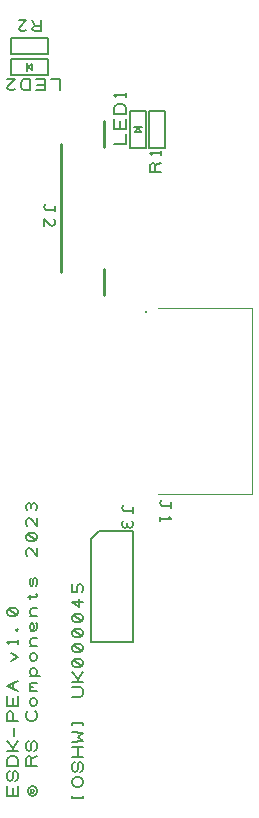
<source format=gbr>
G04 DesignSpark PCB PRO Gerber Version 10.0 Build 5299*
G04 #@! TF.Part,Single*
G04 #@! TF.FileFunction,Legend,Top*
G04 #@! TF.FilePolarity,Positive*
%FSLAX35Y35*%
%MOIN*%
%ADD120C,0.00394*%
%ADD119C,0.00500*%
%ADD121C,0.00787*%
%ADD122C,0.01000*%
G04 #@! TD.AperFunction*
X0Y0D02*
D02*
D119*
X9454Y246419D02*
Y251719D01*
X21754D01*
Y246419D01*
X9454D01*
X11911Y6156D02*
X8161D01*
Y9281D01*
X10036Y8656D02*
Y6156D01*
X11911D02*
Y9281D01*
X10973Y11156D02*
X11598Y11468D01*
X11911Y12093D01*
Y13343D01*
X11598Y13968D01*
X10973Y14281D01*
X10348Y13968D01*
X10036Y13343D01*
Y12093D01*
X9723Y11468D01*
X9098Y11156D01*
X8473Y11468D01*
X8161Y12093D01*
Y13343D01*
X8473Y13968D01*
X9098Y14281D01*
X11911Y16156D02*
X8161D01*
Y18031D01*
X8473Y18656D01*
X8786Y18968D01*
X9411Y19281D01*
X10661D01*
X11286Y18968D01*
X11598Y18656D01*
X11911Y18031D01*
Y16156D01*
Y21156D02*
X8161D01*
X10036D02*
Y22093D01*
X8161Y24281D01*
X10036Y22093D02*
X11911Y24281D01*
X10661Y26156D02*
Y28656D01*
X11911Y31156D02*
X8161D01*
Y33343D01*
X8473Y33968D01*
X9098Y34281D01*
X9723Y33968D01*
X10036Y33343D01*
Y31156D01*
X11911Y36156D02*
X8161D01*
Y39281D01*
X10036Y38656D02*
Y36156D01*
X11911D02*
Y39281D01*
Y41156D02*
X8161Y42718D01*
X11911Y44281D01*
X10348Y41781D02*
Y43656D01*
X9411Y51156D02*
X11911Y52406D01*
X9411Y53656D01*
X11911Y56781D02*
Y58031D01*
Y57406D02*
X8161D01*
X8786Y56781D01*
X11911Y61468D02*
X11598Y61781D01*
X11286Y61468D01*
X11598Y61156D01*
X11911Y61468D01*
X11598Y66468D02*
X11911Y67093D01*
Y67718D01*
X11598Y68343D01*
X10973Y68656D01*
X9098D01*
X8473Y68343D01*
X8161Y67718D01*
Y67093D01*
X8473Y66468D01*
X9098Y66156D01*
X10973D01*
X11598Y66468D01*
X8473Y68343D01*
X14854Y247819D02*
Y250319D01*
X16354Y248069D02*
X15104Y249069D01*
X16354Y250069D01*
Y248069D01*
X16960Y6156D02*
X16648D01*
X15710Y6468D01*
X15398Y6781D01*
X15085Y7406D01*
Y8031D01*
X15398Y8656D01*
X15710Y8968D01*
X16648Y9281D01*
X16960D01*
X17585Y8968D01*
X17898Y8656D01*
X18210Y8031D01*
Y7406D01*
X17898Y6781D01*
X17585Y6468D01*
X16960Y6156D01*
Y8343D02*
X17272Y7718D01*
X16960Y7093D01*
X16335D01*
X16022Y7718D01*
X16335Y8343D01*
X18210Y16156D02*
X14460D01*
Y18343D01*
X14772Y18968D01*
X15398Y19281D01*
X16022Y18968D01*
X16335Y18343D01*
Y16156D01*
Y18343D02*
X18210Y19281D01*
X17272Y21156D02*
X17898Y21468D01*
X18210Y22093D01*
Y23343D01*
X17898Y23968D01*
X17272Y24281D01*
X16648Y23968D01*
X16335Y23343D01*
Y22093D01*
X16022Y21468D01*
X15398Y21156D01*
X14772Y21468D01*
X14460Y22093D01*
Y23343D01*
X14772Y23968D01*
X15398Y24281D01*
X17585Y34281D02*
X17898Y33968D01*
X18210Y33343D01*
Y32406D01*
X17898Y31781D01*
X17585Y31468D01*
X16960Y31156D01*
X15710D01*
X15085Y31468D01*
X14772Y31781D01*
X14460Y32406D01*
Y33343D01*
X14772Y33968D01*
X15085Y34281D01*
X17272Y36156D02*
X17898Y36468D01*
X18210Y37093D01*
Y37718D01*
X17898Y38343D01*
X17272Y38656D01*
X16648D01*
X16022Y38343D01*
X15710Y37718D01*
Y37093D01*
X16022Y36468D01*
X16648Y36156D01*
X17272D01*
X18210Y41156D02*
X15710D01*
X16022D02*
X15710Y41468D01*
Y42093D01*
X16022Y42406D01*
X16960D01*
X16022D02*
X15710Y42718D01*
Y43343D01*
X16022Y43656D01*
X18210D01*
X15710Y46156D02*
X19148D01*
X17272D02*
X17898Y46468D01*
X18210Y47093D01*
Y47718D01*
X17898Y48343D01*
X17272Y48656D01*
X16648D01*
X16022Y48343D01*
X15710Y47718D01*
Y47093D01*
X16022Y46468D01*
X16648Y46156D01*
X17272D01*
Y51156D02*
X17898Y51468D01*
X18210Y52093D01*
Y52718D01*
X17898Y53343D01*
X17272Y53656D01*
X16648D01*
X16022Y53343D01*
X15710Y52718D01*
Y52093D01*
X16022Y51468D01*
X16648Y51156D01*
X17272D01*
X18210Y56156D02*
X15710D01*
X16648D02*
X16022Y56468D01*
X15710Y57093D01*
Y57718D01*
X16022Y58343D01*
X16648Y58656D01*
X18210D01*
X17898Y63656D02*
X18210Y63343D01*
Y62718D01*
Y62093D01*
X17898Y61468D01*
X17272Y61156D01*
X16335D01*
X16022Y61468D01*
X15710Y62093D01*
Y62718D01*
X16022Y63343D01*
X16335Y63656D01*
X16648D01*
X16960Y63343D01*
X17272Y62718D01*
Y62093D01*
X16960Y61468D01*
X16648Y61156D01*
X18210Y66156D02*
X15710D01*
X16648D02*
X16022Y66468D01*
X15710Y67093D01*
Y67718D01*
X16022Y68343D01*
X16648Y68656D01*
X18210D01*
X15710Y71676D02*
Y73135D01*
X15085Y72406D02*
X17898D01*
X18210Y72718D01*
Y73031D01*
X17898Y73343D01*
Y76156D02*
X18210Y76781D01*
Y78031D01*
X17898Y78656D01*
X17272D01*
X16960Y78031D01*
Y76781D01*
X16648Y76156D01*
X16022D01*
X15710Y76781D01*
Y78031D01*
X16022Y78656D01*
X18210Y88656D02*
Y86156D01*
X16022Y88343D01*
X15398Y88656D01*
X14772Y88343D01*
X14460Y87718D01*
Y86781D01*
X14772Y86156D01*
X17898Y91468D02*
X18210Y92093D01*
Y92718D01*
X17898Y93343D01*
X17272Y93656D01*
X15398D01*
X14772Y93343D01*
X14460Y92718D01*
Y92093D01*
X14772Y91468D01*
X15398Y91156D01*
X17272D01*
X17898Y91468D01*
X14772Y93343D01*
X18210Y98656D02*
Y96156D01*
X16022Y98343D01*
X15398Y98656D01*
X14772Y98343D01*
X14460Y97718D01*
Y96781D01*
X14772Y96156D01*
X17898Y101468D02*
X18210Y102093D01*
Y102718D01*
X17898Y103343D01*
X17272Y103656D01*
X16648Y103343D01*
X16335Y102718D01*
Y102093D01*
Y102718D02*
X16022Y103343D01*
X15398Y103656D01*
X14772Y103343D01*
X14460Y102718D01*
Y102093D01*
X14772Y101468D01*
X21104Y203400D02*
X20791Y203087D01*
X20479Y202462D01*
X20791Y201837D01*
X21104Y201524D01*
X24229D01*
Y200900D01*
Y201524D02*
Y202774D01*
X20479Y195900D02*
Y198400D01*
X22667Y196212D01*
X23291Y195900D01*
X23917Y196212D01*
X24229Y196837D01*
Y197774D01*
X23917Y198400D01*
X19541Y264667D02*
Y260917D01*
X17354D01*
X16729Y261229D01*
X16416Y261854D01*
X16729Y262479D01*
X17354Y262792D01*
X19541D01*
X17354D02*
X16416Y264667D01*
X12041D02*
X14541D01*
X12354Y262479D01*
X12041Y261854D01*
X12354Y261229D01*
X12979Y260917D01*
X13916D01*
X14541Y261229D01*
X21754Y258806D02*
Y253506D01*
X9454D01*
Y258806D01*
X21754D01*
X25841Y241232D02*
Y244982D01*
X22715D01*
X20841D02*
Y241232D01*
X17715D01*
X18341Y243107D02*
X20841D01*
Y244982D02*
X17715D01*
X15841D02*
Y241232D01*
X13965D01*
X13341Y241544D01*
X13028Y241857D01*
X12715Y242482D01*
Y243732D01*
X13028Y244357D01*
X13341Y244669D01*
X13965Y244982D01*
X15841D01*
X8341D02*
X10841D01*
X8653Y242794D01*
X8341Y242169D01*
X8653Y241544D01*
X9278Y241232D01*
X10215D01*
X10841Y241544D01*
X33565Y6062D02*
Y5437D01*
X29815D01*
Y6062D01*
X32315Y9187D02*
X31065D01*
X30439Y9500D01*
X30127Y9812D01*
X29815Y10437D01*
Y11062D01*
X30127Y11687D01*
X30439Y12000D01*
X31065Y12312D01*
X32315D01*
X32939Y12000D01*
X33252Y11687D01*
X33565Y11062D01*
Y10437D01*
X33252Y9812D01*
X32939Y9500D01*
X32315Y9187D01*
X32627Y14187D02*
X33252Y14500D01*
X33565Y15124D01*
Y16374D01*
X33252Y17000D01*
X32627Y17312D01*
X32002Y17000D01*
X31689Y16374D01*
Y15124D01*
X31377Y14500D01*
X30752Y14187D01*
X30127Y14500D01*
X29815Y15124D01*
Y16374D01*
X30127Y17000D01*
X30752Y17312D01*
X33565Y19187D02*
X29815D01*
X31689D02*
Y22312D01*
X33565D02*
X29815D01*
Y24187D02*
X33565Y24500D01*
X31689Y25750D01*
X33565Y27000D01*
X29815Y27312D01*
X33565Y29812D02*
Y30437D01*
X29815D01*
Y29812D01*
Y39187D02*
X32627D01*
X33252Y39500D01*
X33565Y40124D01*
Y41374D01*
X33252Y42000D01*
X32627Y42312D01*
X29815D01*
X33565Y44187D02*
X29815D01*
X31689D02*
Y45124D01*
X29815Y47312D01*
X31689Y45124D02*
X33565Y47312D01*
X33252Y49500D02*
X33565Y50124D01*
Y50750D01*
X33252Y51374D01*
X32627Y51687D01*
X30752D01*
X30127Y51374D01*
X29815Y50750D01*
Y50124D01*
X30127Y49500D01*
X30752Y49187D01*
X32627D01*
X33252Y49500D01*
X30127Y51374D01*
X33252Y54500D02*
X33565Y55124D01*
Y55750D01*
X33252Y56374D01*
X32627Y56687D01*
X30752D01*
X30127Y56374D01*
X29815Y55750D01*
Y55124D01*
X30127Y54500D01*
X30752Y54187D01*
X32627D01*
X33252Y54500D01*
X30127Y56374D01*
X33252Y59500D02*
X33565Y60124D01*
Y60750D01*
X33252Y61374D01*
X32627Y61687D01*
X30752D01*
X30127Y61374D01*
X29815Y60750D01*
Y60124D01*
X30127Y59500D01*
X30752Y59187D01*
X32627D01*
X33252Y59500D01*
X30127Y61374D01*
X33252Y64500D02*
X33565Y65124D01*
Y65750D01*
X33252Y66374D01*
X32627Y66687D01*
X30752D01*
X30127Y66374D01*
X29815Y65750D01*
Y65124D01*
X30127Y64500D01*
X30752Y64187D01*
X32627D01*
X33252Y64500D01*
X30127Y66374D01*
X33565Y70750D02*
X29815D01*
X32315Y69187D01*
Y71687D01*
X33252Y74187D02*
X33565Y74812D01*
Y75750D01*
X33252Y76374D01*
X32627Y76687D01*
X32315D01*
X31689Y76374D01*
X31377Y75750D01*
Y74187D01*
X29815D01*
Y76687D01*
X47088Y103006D02*
X46776Y102693D01*
X46463Y102069D01*
X46776Y101443D01*
X47088Y101131D01*
X50213D01*
Y100506D01*
Y101131D02*
Y102381D01*
X46776Y97693D02*
X46463Y97069D01*
Y96443D01*
X46776Y95819D01*
X47401Y95506D01*
X48026Y95819D01*
X48338Y96443D01*
Y97069D01*
Y96443D02*
X48651Y95819D01*
X49276Y95506D01*
X49901Y95819D01*
X50213Y96443D01*
Y97069D01*
X49901Y97693D01*
X43988Y223478D02*
X47738D01*
Y226604D01*
Y228478D02*
X43988D01*
Y231604D01*
X45863Y230978D02*
Y228478D01*
X47738D02*
Y231604D01*
Y233478D02*
X43988D01*
Y235354D01*
X44300Y235978D01*
X44613Y236291D01*
X45238Y236604D01*
X46488D01*
X47113Y236291D01*
X47425Y235978D01*
X47738Y235354D01*
Y233478D01*
Y239104D02*
Y240354D01*
Y239728D02*
X43988D01*
X44613Y239104D01*
X49175Y234353D02*
X54475D01*
Y222053D01*
X49175D01*
Y234353D01*
X50100Y94344D02*
Y57337D01*
X36226D01*
Y91844D01*
X38726Y94344D01*
X50100D01*
X50575Y228953D02*
X53075D01*
X50825Y227453D02*
X51825Y228703D01*
X52825Y227453D01*
X50825D01*
X59687Y104581D02*
X59374Y104268D01*
X59061Y103643D01*
X59374Y103018D01*
X59687Y102706D01*
X62811D01*
Y102081D01*
Y102706D02*
Y103956D01*
X59061Y98956D02*
Y97706D01*
Y98331D02*
X62811D01*
X62187Y98956D01*
X59549Y214030D02*
X55799D01*
Y216217D01*
X56111Y216842D01*
X56736Y217155D01*
X57361Y216842D01*
X57674Y216217D01*
Y214030D01*
Y216217D02*
X59549Y217155D01*
Y219655D02*
Y220905D01*
Y220280D02*
X55799D01*
X56424Y219655D01*
X60774Y222053D02*
X55474D01*
Y234353D01*
X60774D01*
Y222053D01*
D02*
D120*
X58419Y168852D02*
X89955D01*
Y106844D01*
X58419D01*
D02*
D121*
X54581Y167573D02*
G75*
G02*
Y167179I0J-197D01*
G01*
Y167573D02*
G75*
G02*
Y167179I0J-197D01*
G01*
G75*
G02*
Y167573I0J197D01*
G01*
D02*
D122*
X26037Y223281D02*
Y180762D01*
X40604Y172986D02*
Y181549D01*
Y231057D02*
Y222494D01*
X0Y0D02*
M02*

</source>
